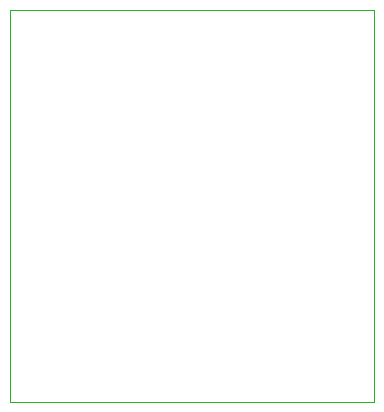
<source format=gbr>
%TF.GenerationSoftware,KiCad,Pcbnew,7.0.6*%
%TF.CreationDate,2023-09-19T12:43:23+08:00*%
%TF.ProjectId,Control Panel Selector Switch Board,436f6e74-726f-46c2-9050-616e656c2053,rev?*%
%TF.SameCoordinates,Original*%
%TF.FileFunction,Profile,NP*%
%FSLAX46Y46*%
G04 Gerber Fmt 4.6, Leading zero omitted, Abs format (unit mm)*
G04 Created by KiCad (PCBNEW 7.0.6) date 2023-09-19 12:43:23*
%MOMM*%
%LPD*%
G01*
G04 APERTURE LIST*
%TA.AperFunction,Profile*%
%ADD10C,0.100000*%
%TD*%
G04 APERTURE END LIST*
D10*
X-12573000Y12446000D02*
X18288000Y12446000D01*
X18288000Y-20701000D01*
X-12573000Y-20701000D01*
X-12573000Y12446000D01*
M02*

</source>
